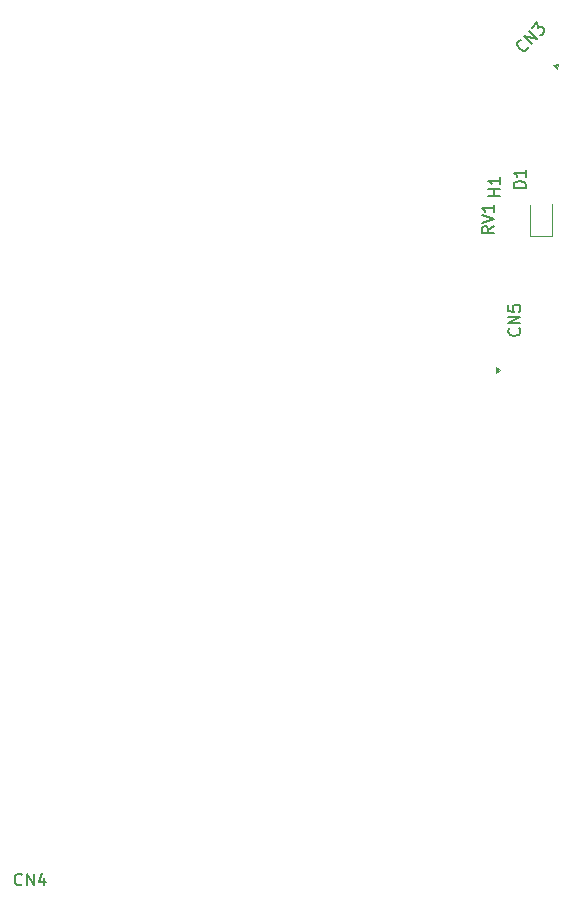
<source format=gbr>
%TF.GenerationSoftware,KiCad,Pcbnew,8.0.4-8.0.4-0~ubuntu24.04.1*%
%TF.CreationDate,2024-08-17T18:05:15+02:00*%
%TF.ProjectId,KSS-220A_Lens_Flex,4b53532d-3232-4304-915f-4c656e735f46,0.1*%
%TF.SameCoordinates,Original*%
%TF.FileFunction,Legend,Top*%
%TF.FilePolarity,Positive*%
%FSLAX46Y46*%
G04 Gerber Fmt 4.6, Leading zero omitted, Abs format (unit mm)*
G04 Created by KiCad (PCBNEW 8.0.4-8.0.4-0~ubuntu24.04.1) date 2024-08-17 18:05:15*
%MOMM*%
%LPD*%
G01*
G04 APERTURE LIST*
%ADD10C,0.150000*%
%ADD11C,0.120000*%
G04 APERTURE END LIST*
D10*
X93154819Y-50095238D02*
X92678628Y-50428571D01*
X93154819Y-50666666D02*
X92154819Y-50666666D01*
X92154819Y-50666666D02*
X92154819Y-50285714D01*
X92154819Y-50285714D02*
X92202438Y-50190476D01*
X92202438Y-50190476D02*
X92250057Y-50142857D01*
X92250057Y-50142857D02*
X92345295Y-50095238D01*
X92345295Y-50095238D02*
X92488152Y-50095238D01*
X92488152Y-50095238D02*
X92583390Y-50142857D01*
X92583390Y-50142857D02*
X92631009Y-50190476D01*
X92631009Y-50190476D02*
X92678628Y-50285714D01*
X92678628Y-50285714D02*
X92678628Y-50666666D01*
X92154819Y-49809523D02*
X93154819Y-49476190D01*
X93154819Y-49476190D02*
X92154819Y-49142857D01*
X93154819Y-48285714D02*
X93154819Y-48857142D01*
X93154819Y-48571428D02*
X92154819Y-48571428D01*
X92154819Y-48571428D02*
X92297676Y-48666666D01*
X92297676Y-48666666D02*
X92392914Y-48761904D01*
X92392914Y-48761904D02*
X92440533Y-48857142D01*
X95854819Y-46838094D02*
X94854819Y-46838094D01*
X94854819Y-46838094D02*
X94854819Y-46599999D01*
X94854819Y-46599999D02*
X94902438Y-46457142D01*
X94902438Y-46457142D02*
X94997676Y-46361904D01*
X94997676Y-46361904D02*
X95092914Y-46314285D01*
X95092914Y-46314285D02*
X95283390Y-46266666D01*
X95283390Y-46266666D02*
X95426247Y-46266666D01*
X95426247Y-46266666D02*
X95616723Y-46314285D01*
X95616723Y-46314285D02*
X95711961Y-46361904D01*
X95711961Y-46361904D02*
X95807200Y-46457142D01*
X95807200Y-46457142D02*
X95854819Y-46599999D01*
X95854819Y-46599999D02*
X95854819Y-46838094D01*
X95854819Y-45314285D02*
X95854819Y-45885713D01*
X95854819Y-45599999D02*
X94854819Y-45599999D01*
X94854819Y-45599999D02*
X94997676Y-45695237D01*
X94997676Y-45695237D02*
X95092914Y-45790475D01*
X95092914Y-45790475D02*
X95140533Y-45885713D01*
X93704819Y-47511904D02*
X92704819Y-47511904D01*
X93181009Y-47511904D02*
X93181009Y-46940476D01*
X93704819Y-46940476D02*
X92704819Y-46940476D01*
X93704819Y-45940476D02*
X93704819Y-46511904D01*
X93704819Y-46226190D02*
X92704819Y-46226190D01*
X92704819Y-46226190D02*
X92847676Y-46321428D01*
X92847676Y-46321428D02*
X92942914Y-46416666D01*
X92942914Y-46416666D02*
X92990533Y-46511904D01*
X95309580Y-58740476D02*
X95357200Y-58788095D01*
X95357200Y-58788095D02*
X95404819Y-58930952D01*
X95404819Y-58930952D02*
X95404819Y-59026190D01*
X95404819Y-59026190D02*
X95357200Y-59169047D01*
X95357200Y-59169047D02*
X95261961Y-59264285D01*
X95261961Y-59264285D02*
X95166723Y-59311904D01*
X95166723Y-59311904D02*
X94976247Y-59359523D01*
X94976247Y-59359523D02*
X94833390Y-59359523D01*
X94833390Y-59359523D02*
X94642914Y-59311904D01*
X94642914Y-59311904D02*
X94547676Y-59264285D01*
X94547676Y-59264285D02*
X94452438Y-59169047D01*
X94452438Y-59169047D02*
X94404819Y-59026190D01*
X94404819Y-59026190D02*
X94404819Y-58930952D01*
X94404819Y-58930952D02*
X94452438Y-58788095D01*
X94452438Y-58788095D02*
X94500057Y-58740476D01*
X95404819Y-58311904D02*
X94404819Y-58311904D01*
X94404819Y-58311904D02*
X95404819Y-57740476D01*
X95404819Y-57740476D02*
X94404819Y-57740476D01*
X94404819Y-56788095D02*
X94404819Y-57264285D01*
X94404819Y-57264285D02*
X94881009Y-57311904D01*
X94881009Y-57311904D02*
X94833390Y-57264285D01*
X94833390Y-57264285D02*
X94785771Y-57169047D01*
X94785771Y-57169047D02*
X94785771Y-56930952D01*
X94785771Y-56930952D02*
X94833390Y-56835714D01*
X94833390Y-56835714D02*
X94881009Y-56788095D01*
X94881009Y-56788095D02*
X94976247Y-56740476D01*
X94976247Y-56740476D02*
X95214342Y-56740476D01*
X95214342Y-56740476D02*
X95309580Y-56788095D01*
X95309580Y-56788095D02*
X95357200Y-56835714D01*
X95357200Y-56835714D02*
X95404819Y-56930952D01*
X95404819Y-56930952D02*
X95404819Y-57169047D01*
X95404819Y-57169047D02*
X95357200Y-57264285D01*
X95357200Y-57264285D02*
X95309580Y-57311904D01*
X53209523Y-105809580D02*
X53161904Y-105857200D01*
X53161904Y-105857200D02*
X53019047Y-105904819D01*
X53019047Y-105904819D02*
X52923809Y-105904819D01*
X52923809Y-105904819D02*
X52780952Y-105857200D01*
X52780952Y-105857200D02*
X52685714Y-105761961D01*
X52685714Y-105761961D02*
X52638095Y-105666723D01*
X52638095Y-105666723D02*
X52590476Y-105476247D01*
X52590476Y-105476247D02*
X52590476Y-105333390D01*
X52590476Y-105333390D02*
X52638095Y-105142914D01*
X52638095Y-105142914D02*
X52685714Y-105047676D01*
X52685714Y-105047676D02*
X52780952Y-104952438D01*
X52780952Y-104952438D02*
X52923809Y-104904819D01*
X52923809Y-104904819D02*
X53019047Y-104904819D01*
X53019047Y-104904819D02*
X53161904Y-104952438D01*
X53161904Y-104952438D02*
X53209523Y-105000057D01*
X53638095Y-105904819D02*
X53638095Y-104904819D01*
X53638095Y-104904819D02*
X54209523Y-105904819D01*
X54209523Y-105904819D02*
X54209523Y-104904819D01*
X55114285Y-105238152D02*
X55114285Y-105904819D01*
X54876190Y-104857200D02*
X54638095Y-105571485D01*
X54638095Y-105571485D02*
X55257142Y-105571485D01*
X96066021Y-34892502D02*
X96066021Y-34959846D01*
X96066021Y-34959846D02*
X95998678Y-35094533D01*
X95998678Y-35094533D02*
X95931334Y-35161876D01*
X95931334Y-35161876D02*
X95796647Y-35229220D01*
X95796647Y-35229220D02*
X95661960Y-35229220D01*
X95661960Y-35229220D02*
X95560945Y-35195548D01*
X95560945Y-35195548D02*
X95392586Y-35094533D01*
X95392586Y-35094533D02*
X95291571Y-34993517D01*
X95291571Y-34993517D02*
X95190556Y-34825159D01*
X95190556Y-34825159D02*
X95156884Y-34724143D01*
X95156884Y-34724143D02*
X95156884Y-34589456D01*
X95156884Y-34589456D02*
X95224227Y-34454769D01*
X95224227Y-34454769D02*
X95291571Y-34387426D01*
X95291571Y-34387426D02*
X95426258Y-34320082D01*
X95426258Y-34320082D02*
X95493601Y-34320082D01*
X96436410Y-34656800D02*
X95729304Y-33949693D01*
X95729304Y-33949693D02*
X96840472Y-34252739D01*
X96840472Y-34252739D02*
X96133365Y-33545632D01*
X96402739Y-33276258D02*
X96840471Y-32838525D01*
X96840471Y-32838525D02*
X96874143Y-33343601D01*
X96874143Y-33343601D02*
X96975158Y-33242586D01*
X96975158Y-33242586D02*
X97076174Y-33208914D01*
X97076174Y-33208914D02*
X97143517Y-33208914D01*
X97143517Y-33208914D02*
X97244533Y-33242586D01*
X97244533Y-33242586D02*
X97412891Y-33410945D01*
X97412891Y-33410945D02*
X97446563Y-33511960D01*
X97446563Y-33511960D02*
X97446563Y-33579304D01*
X97446563Y-33579304D02*
X97412891Y-33680319D01*
X97412891Y-33680319D02*
X97210861Y-33882350D01*
X97210861Y-33882350D02*
X97109845Y-33916021D01*
X97109845Y-33916021D02*
X97042502Y-33916021D01*
D11*
%TO.C,D1*%
X96200000Y-50950000D02*
X98100000Y-50950000D01*
X96200000Y-50950000D02*
X96200000Y-48250000D01*
X98100000Y-50950000D02*
X98100000Y-48200000D01*
%TO.C,CN5*%
X93724962Y-62262040D02*
X93394962Y-62502040D01*
X93394962Y-62022040D01*
X93724962Y-62262040D01*
G36*
X93724962Y-62262040D02*
G01*
X93394962Y-62502040D01*
X93394962Y-62022040D01*
X93724962Y-62262040D01*
G37*
%TO.C,CN3*%
X98524050Y-36778356D02*
X98184639Y-36438944D01*
X98587689Y-36375305D01*
X98524050Y-36778356D01*
G36*
X98524050Y-36778356D02*
G01*
X98184639Y-36438944D01*
X98587689Y-36375305D01*
X98524050Y-36778356D01*
G37*
%TD*%
M02*

</source>
